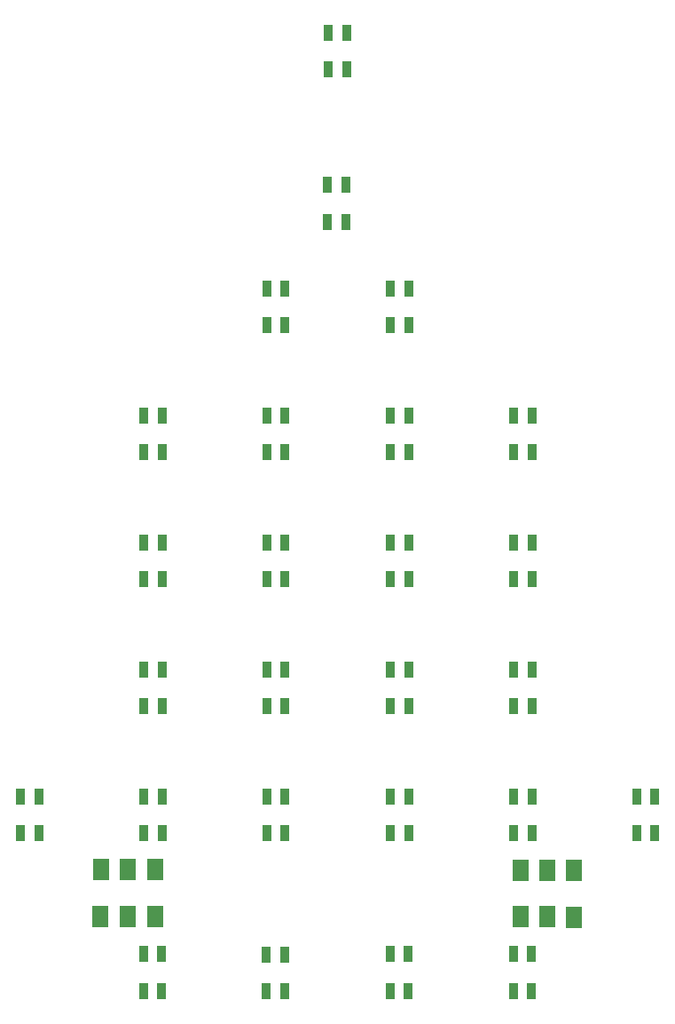
<source format=gbr>
G04 #@! TF.GenerationSoftware,KiCad,Pcbnew,(5.0.0)*
G04 #@! TF.CreationDate,2018-10-18T15:05:02+03:00*
G04 #@! TF.ProjectId,side2star,7369646532737461722E6B696361645F,rev?*
G04 #@! TF.SameCoordinates,Original*
G04 #@! TF.FileFunction,Paste,Top*
G04 #@! TF.FilePolarity,Positive*
%FSLAX46Y46*%
G04 Gerber Fmt 4.6, Leading zero omitted, Abs format (unit mm)*
G04 Created by KiCad (PCBNEW (5.0.0)) date 10/18/18 15:05:02*
%MOMM*%
%LPD*%
G01*
G04 APERTURE LIST*
%ADD10R,1.600000X2.000000*%
%ADD11R,0.850000X1.600000*%
G04 APERTURE END LIST*
D10*
G04 #@! TO.C,REF\002A\002A*
X117373907Y-117799806D03*
G04 #@! TD*
G04 #@! TO.C,REF\002A\002A*
X119952007Y-117787106D03*
G04 #@! TD*
G04 #@! TO.C,REF\002A\002A*
X119940858Y-113320530D03*
G04 #@! TD*
G04 #@! TO.C,REF\002A\002A*
X122544358Y-113295130D03*
G04 #@! TD*
G04 #@! TO.C,REF\002A\002A*
X122542807Y-117787106D03*
G04 #@! TD*
G04 #@! TO.C,REF\002A\002A*
X117388158Y-113345930D03*
G04 #@! TD*
G04 #@! TO.C,REF\002A\002A*
X162560000Y-117868700D03*
G04 #@! TD*
G04 #@! TO.C,REF\002A\002A*
X160007300Y-117856000D03*
G04 #@! TD*
G04 #@! TO.C,REF\002A\002A*
X157480000Y-117830600D03*
G04 #@! TD*
D11*
G04 #@! TO.C,HL5*
X170275000Y-106350000D03*
X168525000Y-106350000D03*
X170275000Y-109850000D03*
X168525000Y-109850000D03*
G04 #@! TD*
G04 #@! TO.C,HL6*
X156775000Y-109850000D03*
X158525000Y-109850000D03*
X156775000Y-106350000D03*
X158525000Y-106350000D03*
G04 #@! TD*
G04 #@! TO.C,HL7*
X146775000Y-106350000D03*
X145025000Y-106350000D03*
X146775000Y-109850000D03*
X145025000Y-109850000D03*
G04 #@! TD*
G04 #@! TO.C,HL8*
X133225000Y-109850000D03*
X134975000Y-109850000D03*
X133225000Y-106350000D03*
X134975000Y-106350000D03*
G04 #@! TD*
G04 #@! TO.C,HL9*
X123225000Y-106350000D03*
X121475000Y-106350000D03*
X123225000Y-109850000D03*
X121475000Y-109850000D03*
G04 #@! TD*
G04 #@! TO.C,HL10*
X111475000Y-106350000D03*
X109725000Y-106350000D03*
X111475000Y-109850000D03*
X109725000Y-109850000D03*
G04 #@! TD*
G04 #@! TO.C,HL11*
X121475000Y-97750000D03*
X123225000Y-97750000D03*
X121475000Y-94250000D03*
X123225000Y-94250000D03*
G04 #@! TD*
G04 #@! TO.C,HL12*
X134975000Y-94250000D03*
X133225000Y-94250000D03*
X134975000Y-97750000D03*
X133225000Y-97750000D03*
G04 #@! TD*
G04 #@! TO.C,HL13*
X145025000Y-97750000D03*
X146775000Y-97750000D03*
X145025000Y-94250000D03*
X146775000Y-94250000D03*
G04 #@! TD*
G04 #@! TO.C,HL14*
X158525000Y-94250000D03*
X156775000Y-94250000D03*
X158525000Y-97750000D03*
X156775000Y-97750000D03*
G04 #@! TD*
G04 #@! TO.C,HL15*
X156775000Y-85650000D03*
X158525000Y-85650000D03*
X156775000Y-82150000D03*
X158525000Y-82150000D03*
G04 #@! TD*
G04 #@! TO.C,HL16*
X146775000Y-82150000D03*
X145025000Y-82150000D03*
X146775000Y-85650000D03*
X145025000Y-85650000D03*
G04 #@! TD*
G04 #@! TO.C,HL17*
X133225000Y-85650000D03*
X134975000Y-85650000D03*
X133225000Y-82150000D03*
X134975000Y-82150000D03*
G04 #@! TD*
G04 #@! TO.C,HL18*
X123225000Y-82150000D03*
X121475000Y-82150000D03*
X123225000Y-85650000D03*
X121475000Y-85650000D03*
G04 #@! TD*
G04 #@! TO.C,HL19*
X121475000Y-73550000D03*
X123225000Y-73550000D03*
X121475000Y-70050000D03*
X123225000Y-70050000D03*
G04 #@! TD*
G04 #@! TO.C,HL20*
X134975000Y-70050000D03*
X133225000Y-70050000D03*
X134975000Y-73550000D03*
X133225000Y-73550000D03*
G04 #@! TD*
G04 #@! TO.C,HL21*
X145025000Y-73550000D03*
X146775000Y-73550000D03*
X145025000Y-70050000D03*
X146775000Y-70050000D03*
G04 #@! TD*
G04 #@! TO.C,HL22*
X158525000Y-70050000D03*
X156775000Y-70050000D03*
X158525000Y-73550000D03*
X156775000Y-73550000D03*
G04 #@! TD*
G04 #@! TO.C,HL23*
X145025000Y-61450000D03*
X146775000Y-61450000D03*
X145025000Y-57950000D03*
X146775000Y-57950000D03*
G04 #@! TD*
G04 #@! TO.C,HL24*
X134975000Y-57950000D03*
X133225000Y-57950000D03*
X134975000Y-61450000D03*
X133225000Y-61450000D03*
G04 #@! TD*
G04 #@! TO.C,HL1*
X123202790Y-121404985D03*
X121452790Y-121404985D03*
X123202790Y-124904985D03*
X121452790Y-124904985D03*
G04 #@! TD*
G04 #@! TO.C,HL2*
X133173500Y-124940000D03*
X134923500Y-124940000D03*
X133173500Y-121440000D03*
X134923500Y-121440000D03*
G04 #@! TD*
G04 #@! TO.C,HL3*
X146752790Y-121404985D03*
X145002790Y-121404985D03*
X146752790Y-124904985D03*
X145002790Y-124904985D03*
G04 #@! TD*
G04 #@! TO.C,HL4*
X156752790Y-124904985D03*
X158502790Y-124904985D03*
X156752790Y-121404985D03*
X158502790Y-121404985D03*
G04 #@! TD*
G04 #@! TO.C,HL25*
X140765500Y-48097500D03*
X139015500Y-48097500D03*
X140765500Y-51597500D03*
X139015500Y-51597500D03*
G04 #@! TD*
G04 #@! TO.C,HL26*
X140829000Y-33556000D03*
X139079000Y-33556000D03*
X140829000Y-37056000D03*
X139079000Y-37056000D03*
G04 #@! TD*
D10*
G04 #@! TO.C,REF\002A\002A*
X160020000Y-113411000D03*
G04 #@! TD*
G04 #@! TO.C,REF\002A\002A*
X157480000Y-113411000D03*
G04 #@! TD*
G04 #@! TO.C,REF\002A\002A*
X162547300Y-113411000D03*
G04 #@! TD*
M02*

</source>
